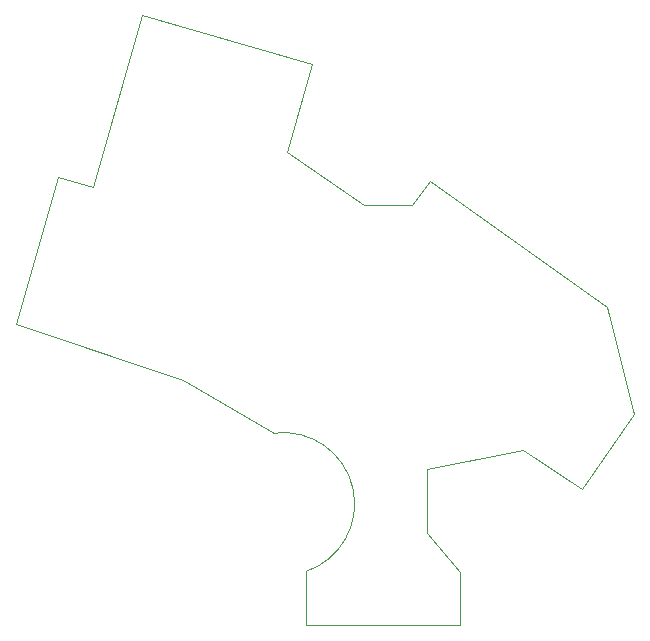
<source format=gbr>
%TF.GenerationSoftware,KiCad,Pcbnew,(6.0.9)*%
%TF.CreationDate,2023-01-28T00:17:32-09:00*%
%TF.ProjectId,HOTAS_Throttle Inner Grip,484f5441-535f-4546-9872-6f74746c6520,rev?*%
%TF.SameCoordinates,Original*%
%TF.FileFunction,Profile,NP*%
%FSLAX46Y46*%
G04 Gerber Fmt 4.6, Leading zero omitted, Abs format (unit mm)*
G04 Created by KiCad (PCBNEW (6.0.9)) date 2023-01-28 00:17:32*
%MOMM*%
%LPD*%
G01*
G04 APERTURE LIST*
%TA.AperFunction,Profile*%
%ADD10C,0.050000*%
%TD*%
G04 APERTURE END LIST*
D10*
X101092000Y-99060000D02*
X102616000Y-97028000D01*
X97028000Y-99060000D02*
X101092000Y-99060000D01*
X90500000Y-94500000D02*
X97028000Y-99060000D01*
X92583000Y-87122000D02*
X90500000Y-94500000D01*
X102336600Y-126771400D02*
X102336600Y-121412000D01*
X71094600Y-96621600D02*
X67513200Y-109093000D01*
X74066400Y-97485200D02*
X71094600Y-96621600D01*
X119888000Y-116713000D02*
X117602000Y-107696000D01*
X115443000Y-123063000D02*
X119888000Y-116713000D01*
X78232000Y-82931000D02*
X92583000Y-87122000D01*
X117602000Y-107696000D02*
X102616000Y-97028000D01*
X110490000Y-119761000D02*
X102336600Y-121412000D01*
X110490000Y-119761000D02*
X115443000Y-123063000D01*
X102336600Y-126771400D02*
X105130600Y-130124200D01*
X92086600Y-130048169D02*
G75*
G03*
X89407840Y-118338975I-1920103J5721743D01*
G01*
X92065970Y-134620000D02*
X92086600Y-130048168D01*
X92065970Y-134620000D02*
X105130600Y-134620000D01*
X105130600Y-130124200D02*
X105130600Y-134620000D01*
X67513200Y-109093000D02*
X81710875Y-113814654D01*
X78232000Y-82931000D02*
X74066400Y-97485200D01*
X81710875Y-113814654D02*
X89407840Y-118338975D01*
M02*

</source>
